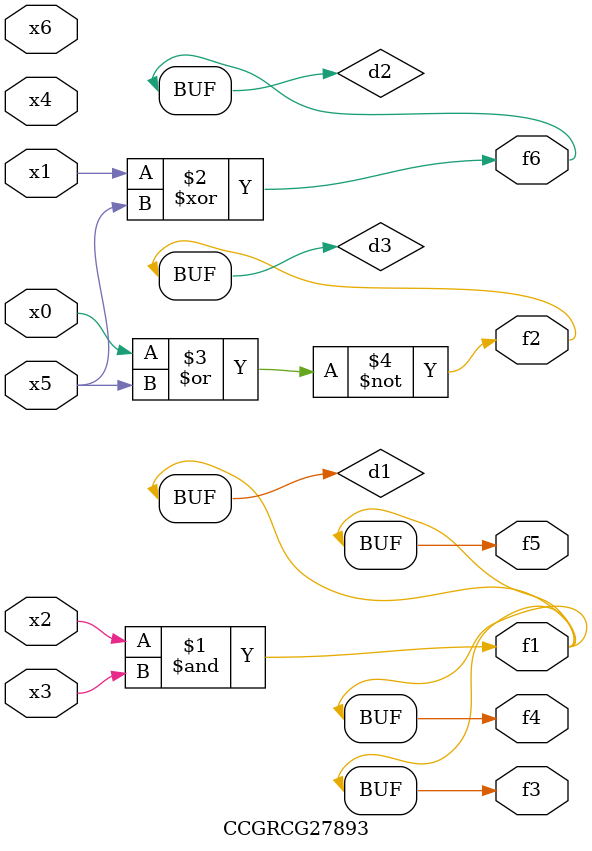
<source format=v>
module CCGRCG27893(
	input x0, x1, x2, x3, x4, x5, x6,
	output f1, f2, f3, f4, f5, f6
);

	wire d1, d2, d3;

	and (d1, x2, x3);
	xor (d2, x1, x5);
	nor (d3, x0, x5);
	assign f1 = d1;
	assign f2 = d3;
	assign f3 = d1;
	assign f4 = d1;
	assign f5 = d1;
	assign f6 = d2;
endmodule

</source>
